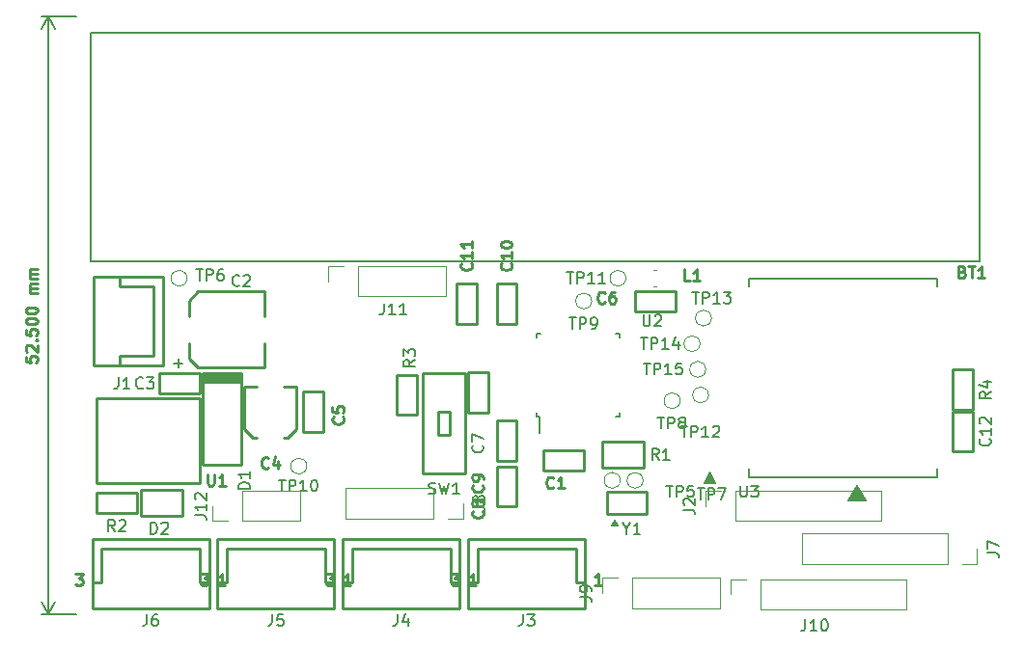
<source format=gbr>
G04 #@! TF.GenerationSoftware,KiCad,Pcbnew,6.0.0-unknown*
G04 #@! TF.CreationDate,2019-06-26T08:34:25-07:00*
G04 #@! TF.ProjectId,IOT-LORA,494f542d-4c4f-4524-912e-6b696361645f,rev?*
G04 #@! TF.SameCoordinates,Original*
G04 #@! TF.FileFunction,Legend,Top*
G04 #@! TF.FilePolarity,Positive*
%FSLAX46Y46*%
G04 Gerber Fmt 4.6, Leading zero omitted, Abs format (unit mm)*
G04 Created by KiCad (PCBNEW 6.0.0-unknown) date 2019-06-26 08:34:25*
%MOMM*%
%LPD*%
G04 APERTURE LIST*
%ADD10C,0.100000*%
%ADD11C,0.250000*%
%ADD12C,0.150000*%
%ADD13C,0.120000*%
G04 APERTURE END LIST*
D10*
G36*
X166250000Y-115000000D02*
G01*
X165250000Y-115000000D01*
X165750000Y-114000000D01*
X166250000Y-115000000D01*
G37*
X166250000Y-115000000D02*
X165250000Y-115000000D01*
X165750000Y-114000000D01*
X166250000Y-115000000D01*
D11*
X105802380Y-103869047D02*
X105802380Y-104345238D01*
X106278571Y-104392857D01*
X106230952Y-104345238D01*
X106183333Y-104250000D01*
X106183333Y-104011904D01*
X106230952Y-103916666D01*
X106278571Y-103869047D01*
X106373809Y-103821428D01*
X106611904Y-103821428D01*
X106707142Y-103869047D01*
X106754761Y-103916666D01*
X106802380Y-104011904D01*
X106802380Y-104250000D01*
X106754761Y-104345238D01*
X106707142Y-104392857D01*
X105897619Y-103440476D02*
X105850000Y-103392857D01*
X105802380Y-103297619D01*
X105802380Y-103059523D01*
X105850000Y-102964285D01*
X105897619Y-102916666D01*
X105992857Y-102869047D01*
X106088095Y-102869047D01*
X106230952Y-102916666D01*
X106802380Y-103488095D01*
X106802380Y-102869047D01*
X106707142Y-102440476D02*
X106754761Y-102392857D01*
X106802380Y-102440476D01*
X106754761Y-102488095D01*
X106707142Y-102440476D01*
X106802380Y-102440476D01*
X105802380Y-101488095D02*
X105802380Y-101964285D01*
X106278571Y-102011904D01*
X106230952Y-101964285D01*
X106183333Y-101869047D01*
X106183333Y-101630952D01*
X106230952Y-101535714D01*
X106278571Y-101488095D01*
X106373809Y-101440476D01*
X106611904Y-101440476D01*
X106707142Y-101488095D01*
X106754761Y-101535714D01*
X106802380Y-101630952D01*
X106802380Y-101869047D01*
X106754761Y-101964285D01*
X106707142Y-102011904D01*
X105802380Y-100821428D02*
X105802380Y-100726190D01*
X105850000Y-100630952D01*
X105897619Y-100583333D01*
X105992857Y-100535714D01*
X106183333Y-100488095D01*
X106421428Y-100488095D01*
X106611904Y-100535714D01*
X106707142Y-100583333D01*
X106754761Y-100630952D01*
X106802380Y-100726190D01*
X106802380Y-100821428D01*
X106754761Y-100916666D01*
X106707142Y-100964285D01*
X106611904Y-101011904D01*
X106421428Y-101059523D01*
X106183333Y-101059523D01*
X105992857Y-101011904D01*
X105897619Y-100964285D01*
X105850000Y-100916666D01*
X105802380Y-100821428D01*
X105802380Y-99869047D02*
X105802380Y-99773809D01*
X105850000Y-99678571D01*
X105897619Y-99630952D01*
X105992857Y-99583333D01*
X106183333Y-99535714D01*
X106421428Y-99535714D01*
X106611904Y-99583333D01*
X106707142Y-99630952D01*
X106754761Y-99678571D01*
X106802380Y-99773809D01*
X106802380Y-99869047D01*
X106754761Y-99964285D01*
X106707142Y-100011904D01*
X106611904Y-100059523D01*
X106421428Y-100107142D01*
X106183333Y-100107142D01*
X105992857Y-100059523D01*
X105897619Y-100011904D01*
X105850000Y-99964285D01*
X105802380Y-99869047D01*
X106802380Y-98345238D02*
X106135714Y-98345238D01*
X106230952Y-98345238D02*
X106183333Y-98297619D01*
X106135714Y-98202380D01*
X106135714Y-98059523D01*
X106183333Y-97964285D01*
X106278571Y-97916666D01*
X106802380Y-97916666D01*
X106278571Y-97916666D02*
X106183333Y-97869047D01*
X106135714Y-97773809D01*
X106135714Y-97630952D01*
X106183333Y-97535714D01*
X106278571Y-97488095D01*
X106802380Y-97488095D01*
X106802380Y-97011904D02*
X106135714Y-97011904D01*
X106230952Y-97011904D02*
X106183333Y-96964285D01*
X106135714Y-96869047D01*
X106135714Y-96726190D01*
X106183333Y-96630952D01*
X106278571Y-96583333D01*
X106802380Y-96583333D01*
X106278571Y-96583333D02*
X106183333Y-96535714D01*
X106135714Y-96440476D01*
X106135714Y-96297619D01*
X106183333Y-96202380D01*
X106278571Y-96154761D01*
X106802380Y-96154761D01*
D12*
X107750000Y-126500000D02*
X107750000Y-74000000D01*
X110250000Y-126500000D02*
X107163579Y-126500000D01*
X110250000Y-74000000D02*
X107163579Y-74000000D01*
X107750000Y-74000000D02*
X108336421Y-75126504D01*
X107750000Y-74000000D02*
X107163579Y-75126504D01*
X107750000Y-126500000D02*
X108336421Y-125373496D01*
X107750000Y-126500000D02*
X107163579Y-125373496D01*
G36*
X179500000Y-116500000D02*
G01*
X178000000Y-116500000D01*
X178750000Y-115250000D01*
X179500000Y-116500000D01*
G37*
X179500000Y-116500000D02*
X178000000Y-116500000D01*
X178750000Y-115250000D01*
X179500000Y-116500000D01*
D13*
X122170000Y-118330000D02*
X122170000Y-117000000D01*
X123500000Y-118330000D02*
X122170000Y-118330000D01*
X124770000Y-118330000D02*
X124770000Y-115670000D01*
X124770000Y-115670000D02*
X129910000Y-115670000D01*
X124770000Y-118330000D02*
X129910000Y-118330000D01*
X129910000Y-118330000D02*
X129910000Y-115670000D01*
D11*
X154727500Y-112125000D02*
X154727500Y-113875000D01*
X151197500Y-112125000D02*
X154727500Y-112125000D01*
X151197500Y-113875000D02*
X151197500Y-112125000D01*
X154727500Y-113875000D02*
X151197500Y-113875000D01*
X147125000Y-113522500D02*
X148875000Y-113522500D01*
X147125000Y-117052500D02*
X147125000Y-113522500D01*
X148875000Y-117052500D02*
X147125000Y-117052500D01*
X148875000Y-113522500D02*
X148875000Y-117052500D01*
X121024095Y-114974255D02*
X111975905Y-114974255D01*
X121024095Y-107525745D02*
X121024095Y-114974255D01*
X111975905Y-107525745D02*
X121024095Y-107525745D01*
X111975905Y-114974255D02*
X111975905Y-107525745D01*
D13*
X132340000Y-97250000D02*
X132340000Y-95920000D01*
X132340000Y-95920000D02*
X133670000Y-95920000D01*
X134940000Y-95920000D02*
X142620000Y-95920000D01*
X142620000Y-98580000D02*
X142620000Y-95920000D01*
X134940000Y-98580000D02*
X142620000Y-98580000D01*
X134940000Y-98580000D02*
X134940000Y-95920000D01*
D11*
X112450000Y-120750000D02*
X116750000Y-120750000D01*
X112450000Y-123700000D02*
X112450000Y-120750000D01*
X111625000Y-123700000D02*
X112450000Y-123700000D01*
X121050000Y-120750000D02*
X116750000Y-120750000D01*
X121050000Y-123700000D02*
X121050000Y-120750000D01*
X121875000Y-123700000D02*
X121050000Y-123700000D01*
X111625000Y-126025000D02*
X121875000Y-126025000D01*
X111625000Y-119925000D02*
X111625000Y-126025000D01*
X121875000Y-119925000D02*
X111625000Y-119925000D01*
X121875000Y-126025000D02*
X121875000Y-119925000D01*
X123450000Y-120750000D02*
X127750000Y-120750000D01*
X123450000Y-123700000D02*
X123450000Y-120750000D01*
X122625000Y-123700000D02*
X123450000Y-123700000D01*
X132050000Y-120750000D02*
X127750000Y-120750000D01*
X132050000Y-123700000D02*
X132050000Y-120750000D01*
X132875000Y-123700000D02*
X132050000Y-123700000D01*
X122625000Y-126025000D02*
X132875000Y-126025000D01*
X122625000Y-119925000D02*
X122625000Y-126025000D01*
X132875000Y-119925000D02*
X122625000Y-119925000D01*
X132875000Y-126025000D02*
X132875000Y-119925000D01*
X134450000Y-120750000D02*
X138750000Y-120750000D01*
X134450000Y-123700000D02*
X134450000Y-120750000D01*
X133625000Y-123700000D02*
X134450000Y-123700000D01*
X143050000Y-120750000D02*
X138750000Y-120750000D01*
X143050000Y-123700000D02*
X143050000Y-120750000D01*
X143875000Y-123700000D02*
X143050000Y-123700000D01*
X133625000Y-126025000D02*
X143875000Y-126025000D01*
X133625000Y-119925000D02*
X133625000Y-126025000D01*
X143875000Y-119925000D02*
X133625000Y-119925000D01*
X143875000Y-126025000D02*
X143875000Y-119925000D01*
X145450000Y-120750000D02*
X149750000Y-120750000D01*
X145450000Y-123700000D02*
X145450000Y-120750000D01*
X144625000Y-123700000D02*
X145450000Y-123700000D01*
X154050000Y-120750000D02*
X149750000Y-120750000D01*
X154050000Y-123700000D02*
X154050000Y-120750000D01*
X154875000Y-123700000D02*
X154050000Y-123700000D01*
X144625000Y-126025000D02*
X154875000Y-126025000D01*
X144625000Y-119925000D02*
X144625000Y-126025000D01*
X154875000Y-119925000D02*
X144625000Y-119925000D01*
X154875000Y-126025000D02*
X154875000Y-119925000D01*
X117000000Y-97700000D02*
X117000000Y-100750000D01*
X114050000Y-97700000D02*
X117000000Y-97700000D01*
X114050000Y-96875000D02*
X114050000Y-97700000D01*
X117000000Y-103800000D02*
X117000000Y-100750000D01*
X114050000Y-103800000D02*
X117000000Y-103800000D01*
X114050000Y-104625000D02*
X114050000Y-103800000D01*
X111725000Y-96875000D02*
X111725000Y-104625000D01*
X117825000Y-96875000D02*
X111725000Y-96875000D01*
X117825000Y-104625000D02*
X117825000Y-96875000D01*
X111725000Y-104625000D02*
X117825000Y-104625000D01*
D13*
X155450000Y-99000000D02*
G75*
G03X155450000Y-99000000I-700000J0D01*
G01*
X165450000Y-105000000D02*
G75*
G03X165450000Y-105000000I-700000J0D01*
G01*
X164950000Y-102750000D02*
G75*
G03X164950000Y-102750000I-700000J0D01*
G01*
X165950000Y-100500000D02*
G75*
G03X165950000Y-100500000I-700000J0D01*
G01*
X165700000Y-107250000D02*
G75*
G03X165700000Y-107250000I-700000J0D01*
G01*
X158450000Y-97000000D02*
G75*
G03X158450000Y-97000000I-700000J0D01*
G01*
X130450000Y-113500000D02*
G75*
G03X130450000Y-113500000I-700000J0D01*
G01*
X163200000Y-107750000D02*
G75*
G03X163200000Y-107750000I-700000J0D01*
G01*
X159950000Y-114750000D02*
G75*
G03X159950000Y-114750000I-700000J0D01*
G01*
X156400000Y-124650000D02*
X156400000Y-123320000D01*
X156400000Y-123320000D02*
X157730000Y-123320000D01*
X159000000Y-123320000D02*
X166680000Y-123320000D01*
X166680000Y-125980000D02*
X166680000Y-123320000D01*
X159000000Y-125980000D02*
X166680000Y-125980000D01*
X159000000Y-125980000D02*
X159000000Y-123320000D01*
X144160000Y-116750000D02*
X144160000Y-118080000D01*
X144160000Y-118080000D02*
X142830000Y-118080000D01*
X141560000Y-118080000D02*
X133880000Y-118080000D01*
X133880000Y-115420000D02*
X133880000Y-118080000D01*
X141560000Y-115420000D02*
X133880000Y-115420000D01*
X141560000Y-115420000D02*
X141560000Y-118080000D01*
X165470000Y-117000000D02*
X165470000Y-115670000D01*
X165470000Y-115670000D02*
X166800000Y-115670000D01*
X168070000Y-115670000D02*
X180830000Y-115670000D01*
X180830000Y-118330000D02*
X180830000Y-115670000D01*
X168070000Y-118330000D02*
X180830000Y-118330000D01*
X168070000Y-118330000D02*
X168070000Y-115670000D01*
D11*
X115865000Y-117900000D02*
X115865000Y-115600000D01*
X119545000Y-115600000D02*
X115865000Y-115600000D01*
X119545000Y-117900000D02*
X119545000Y-115600000D01*
X115865000Y-117900000D02*
X119545000Y-117900000D01*
X124675000Y-105375000D02*
X121325000Y-105375000D01*
X124675000Y-105625000D02*
X121325000Y-105625000D01*
X124675000Y-105875000D02*
X121325000Y-105875000D01*
X121325000Y-106125000D02*
X121325000Y-105375000D01*
X124675000Y-106125000D02*
X124675000Y-105375000D01*
X124675000Y-113375000D02*
X121325000Y-113370000D01*
X124675000Y-106125000D02*
X124675000Y-113375000D01*
X121325000Y-106125000D02*
X121325000Y-113370000D01*
X124675000Y-106125000D02*
X121325000Y-106125000D01*
X121052500Y-105375000D02*
X121052500Y-107125000D01*
X117522500Y-105375000D02*
X121052500Y-105375000D01*
X117522500Y-107125000D02*
X117522500Y-105375000D01*
X121052500Y-107125000D02*
X117522500Y-107125000D01*
D13*
X189240000Y-120750000D02*
X189240000Y-122080000D01*
X189240000Y-122080000D02*
X187910000Y-122080000D01*
X186640000Y-122080000D02*
X173880000Y-122080000D01*
X173880000Y-119420000D02*
X173880000Y-122080000D01*
X186640000Y-119420000D02*
X173880000Y-119420000D01*
X186640000Y-119420000D02*
X186640000Y-122080000D01*
X167670000Y-124750000D02*
X167670000Y-123420000D01*
X167670000Y-123420000D02*
X169000000Y-123420000D01*
X170270000Y-123420000D02*
X183030000Y-123420000D01*
X183030000Y-126080000D02*
X183030000Y-123420000D01*
X170270000Y-126080000D02*
X183030000Y-126080000D01*
X170270000Y-126080000D02*
X170270000Y-123420000D01*
D11*
X156390000Y-113625000D02*
X156390000Y-111375000D01*
X160020000Y-113625000D02*
X156390000Y-113625000D01*
X160020000Y-111375000D02*
X160020000Y-113625000D01*
X156390000Y-111375000D02*
X160020000Y-111375000D01*
X128760000Y-111005000D02*
X128425000Y-111005000D01*
X129505000Y-106495000D02*
X128425000Y-106495000D01*
X129505000Y-110260000D02*
X129505000Y-106495000D01*
X129505000Y-110260000D02*
X128760000Y-111005000D01*
X124995000Y-110265000D02*
X125735000Y-111005000D01*
X124995000Y-110265000D02*
X124995000Y-106495000D01*
X124995000Y-106495000D02*
X126075000Y-106495000D01*
X125735000Y-111005000D02*
X126075000Y-111005000D01*
D12*
X185750000Y-97750000D02*
X185750000Y-97000000D01*
X185750000Y-97000000D02*
X169250000Y-97000000D01*
X169250000Y-97000000D02*
X169250000Y-97750000D01*
X185750000Y-113750000D02*
X185750000Y-114500000D01*
X185750000Y-114500000D02*
X169250000Y-114500000D01*
X169250000Y-114500000D02*
X169250000Y-113750000D01*
D11*
X146375000Y-108765000D02*
X144625000Y-108765000D01*
X146375000Y-105235000D02*
X146375000Y-108765000D01*
X144625000Y-105235000D02*
X146375000Y-105235000D01*
X144625000Y-108765000D02*
X144625000Y-105235000D01*
X188875000Y-112227500D02*
X187125000Y-112227500D01*
X188875000Y-108697500D02*
X188875000Y-112227500D01*
X187125000Y-108697500D02*
X188875000Y-108697500D01*
X187125000Y-112227500D02*
X187125000Y-108697500D01*
X187125000Y-108552500D02*
X187125000Y-105022500D01*
X188875000Y-108552500D02*
X187125000Y-108552500D01*
X188875000Y-105022500D02*
X188875000Y-108552500D01*
X187125000Y-105022500D02*
X188875000Y-105022500D01*
X131875000Y-110515000D02*
X130125000Y-110515000D01*
X131875000Y-106985000D02*
X131875000Y-110515000D01*
X130125000Y-106985000D02*
X131875000Y-106985000D01*
X130125000Y-110515000D02*
X130125000Y-106985000D01*
X112022500Y-115875000D02*
X115552500Y-115875000D01*
X112022500Y-117625000D02*
X112022500Y-115875000D01*
X115552500Y-117625000D02*
X112022500Y-117625000D01*
X115552500Y-115875000D02*
X115552500Y-117625000D01*
D13*
X160850000Y-97710000D02*
X161150000Y-97710000D01*
X160850000Y-96290000D02*
X161150000Y-96290000D01*
D11*
X159235000Y-99875000D02*
X159235000Y-98125000D01*
X162765000Y-99875000D02*
X159235000Y-99875000D01*
X162765000Y-98125000D02*
X162765000Y-99875000D01*
X159235000Y-98125000D02*
X162765000Y-98125000D01*
X147125000Y-97447500D02*
X148875000Y-97447500D01*
X147125000Y-100977500D02*
X147125000Y-97447500D01*
X148875000Y-100977500D02*
X147125000Y-100977500D01*
X148875000Y-97447500D02*
X148875000Y-100977500D01*
X143625000Y-97485000D02*
X145375000Y-97485000D01*
X143625000Y-101015000D02*
X143625000Y-97485000D01*
X145375000Y-101015000D02*
X143625000Y-101015000D01*
X145375000Y-97485000D02*
X145375000Y-101015000D01*
X138375000Y-109015000D02*
X138375000Y-105485000D01*
X140125000Y-109015000D02*
X138375000Y-109015000D01*
X140125000Y-105485000D02*
X140125000Y-109015000D01*
X138375000Y-105485000D02*
X140125000Y-105485000D01*
X148875000Y-113015000D02*
X147125000Y-113015000D01*
X148875000Y-109485000D02*
X148875000Y-113015000D01*
X147125000Y-109485000D02*
X148875000Y-109485000D01*
X147125000Y-113015000D02*
X147125000Y-109485000D01*
D12*
X111500000Y-75450000D02*
X189500000Y-75450000D01*
X189500000Y-75450000D02*
X189500000Y-95550000D01*
X189500000Y-95550000D02*
X111500000Y-95550000D01*
X111500000Y-95550000D02*
X111500000Y-75450000D01*
D11*
X120125000Y-100325000D02*
X120125000Y-98945000D01*
X120895000Y-98175000D02*
X126775000Y-98175000D01*
X120125000Y-98945000D02*
X120895000Y-98175000D01*
X120895000Y-104825000D02*
X120125000Y-104055000D01*
X126775000Y-104825000D02*
X120895000Y-104825000D01*
X126775000Y-98175000D02*
X126775000Y-100325000D01*
X126775000Y-104825000D02*
X126775000Y-102675000D01*
X120125000Y-104055000D02*
X120125000Y-102675000D01*
X142000000Y-108750000D02*
X143000000Y-108750000D01*
X142000000Y-110750000D02*
X142000000Y-108750000D01*
X143000000Y-110750000D02*
X142000000Y-110750000D01*
X143000000Y-108750000D02*
X143000000Y-110750000D01*
X140625000Y-105375000D02*
X144375000Y-105375000D01*
X140625000Y-114125000D02*
X140625000Y-105375000D01*
X144375000Y-114125000D02*
X140625000Y-114125000D01*
X144375000Y-105375000D02*
X144375000Y-114125000D01*
D13*
X119950000Y-97000000D02*
G75*
G03X119950000Y-97000000I-700000J0D01*
G01*
X157950000Y-114750000D02*
G75*
G03X157950000Y-114750000I-700000J0D01*
G01*
D12*
X150850000Y-109125000D02*
X150850000Y-110550000D01*
X150625000Y-101875000D02*
X150625000Y-102200000D01*
X157875000Y-101875000D02*
X157875000Y-102200000D01*
X157875000Y-109125000D02*
X157875000Y-108800000D01*
X150625000Y-109125000D02*
X150625000Y-108800000D01*
X157875000Y-109125000D02*
X157550000Y-109125000D01*
X157875000Y-101875000D02*
X157550000Y-101875000D01*
X150625000Y-101875000D02*
X150950000Y-101875000D01*
X150625000Y-109125000D02*
X150850000Y-109125000D01*
G36*
X157500000Y-118250000D02*
G01*
X157750000Y-118750000D01*
X157250000Y-118750000D01*
X157500000Y-118250000D01*
G37*
X157500000Y-118250000D02*
X157750000Y-118750000D01*
X157250000Y-118750000D01*
X157500000Y-118250000D01*
D11*
X156775000Y-117725000D02*
X156775000Y-115775000D01*
X160225000Y-117725000D02*
X156775000Y-117725000D01*
X160225000Y-115775000D02*
X160225000Y-117725000D01*
X156775000Y-115775000D02*
X160225000Y-115775000D01*
D12*
X120622380Y-117809523D02*
X121336666Y-117809523D01*
X121479523Y-117857142D01*
X121574761Y-117952380D01*
X121622380Y-118095238D01*
X121622380Y-118190476D01*
X121622380Y-116809523D02*
X121622380Y-117380952D01*
X121622380Y-117095238D02*
X120622380Y-117095238D01*
X120765238Y-117190476D01*
X120860476Y-117285714D01*
X120908095Y-117380952D01*
X120717619Y-116428571D02*
X120670000Y-116380952D01*
X120622380Y-116285714D01*
X120622380Y-116047619D01*
X120670000Y-115952380D01*
X120717619Y-115904761D01*
X120812857Y-115857142D01*
X120908095Y-115857142D01*
X121050952Y-115904761D01*
X121622380Y-116476190D01*
X121622380Y-115857142D01*
D11*
X152083333Y-115357142D02*
X152035714Y-115404761D01*
X151892857Y-115452380D01*
X151797619Y-115452380D01*
X151654761Y-115404761D01*
X151559523Y-115309523D01*
X151511904Y-115214285D01*
X151464285Y-115023809D01*
X151464285Y-114880952D01*
X151511904Y-114690476D01*
X151559523Y-114595238D01*
X151654761Y-114500000D01*
X151797619Y-114452380D01*
X151892857Y-114452380D01*
X152035714Y-114500000D01*
X152083333Y-114547619D01*
X153035714Y-115452380D02*
X152464285Y-115452380D01*
X152750000Y-115452380D02*
X152750000Y-114452380D01*
X152654761Y-114595238D01*
X152559523Y-114690476D01*
X152464285Y-114738095D01*
X145857142Y-117416666D02*
X145904761Y-117464285D01*
X145952380Y-117607142D01*
X145952380Y-117702380D01*
X145904761Y-117845238D01*
X145809523Y-117940476D01*
X145714285Y-117988095D01*
X145523809Y-118035714D01*
X145380952Y-118035714D01*
X145190476Y-117988095D01*
X145095238Y-117940476D01*
X145000000Y-117845238D01*
X144952380Y-117702380D01*
X144952380Y-117607142D01*
X145000000Y-117464285D01*
X145047619Y-117416666D01*
X145380952Y-116845238D02*
X145333333Y-116940476D01*
X145285714Y-116988095D01*
X145190476Y-117035714D01*
X145142857Y-117035714D01*
X145047619Y-116988095D01*
X145000000Y-116940476D01*
X144952380Y-116845238D01*
X144952380Y-116654761D01*
X145000000Y-116559523D01*
X145047619Y-116511904D01*
X145142857Y-116464285D01*
X145190476Y-116464285D01*
X145285714Y-116511904D01*
X145333333Y-116559523D01*
X145380952Y-116654761D01*
X145380952Y-116845238D01*
X145428571Y-116940476D01*
X145476190Y-116988095D01*
X145571428Y-117035714D01*
X145761904Y-117035714D01*
X145857142Y-116988095D01*
X145904761Y-116940476D01*
X145952380Y-116845238D01*
X145952380Y-116654761D01*
X145904761Y-116559523D01*
X145857142Y-116511904D01*
X145761904Y-116464285D01*
X145571428Y-116464285D01*
X145476190Y-116511904D01*
X145428571Y-116559523D01*
X145380952Y-116654761D01*
X121738095Y-114202380D02*
X121738095Y-115011904D01*
X121785714Y-115107142D01*
X121833333Y-115154761D01*
X121928571Y-115202380D01*
X122119047Y-115202380D01*
X122214285Y-115154761D01*
X122261904Y-115107142D01*
X122309523Y-115011904D01*
X122309523Y-114202380D01*
X123309523Y-115202380D02*
X122738095Y-115202380D01*
X123023809Y-115202380D02*
X123023809Y-114202380D01*
X122928571Y-114345238D01*
X122833333Y-114440476D01*
X122738095Y-114488095D01*
D12*
X137230476Y-99202380D02*
X137230476Y-99916666D01*
X137182857Y-100059523D01*
X137087619Y-100154761D01*
X136944761Y-100202380D01*
X136849523Y-100202380D01*
X138230476Y-100202380D02*
X137659047Y-100202380D01*
X137944761Y-100202380D02*
X137944761Y-99202380D01*
X137849523Y-99345238D01*
X137754285Y-99440476D01*
X137659047Y-99488095D01*
X139182857Y-100202380D02*
X138611428Y-100202380D01*
X138897142Y-100202380D02*
X138897142Y-99202380D01*
X138801904Y-99345238D01*
X138706666Y-99440476D01*
X138611428Y-99488095D01*
X116416666Y-126502380D02*
X116416666Y-127216666D01*
X116369047Y-127359523D01*
X116273809Y-127454761D01*
X116130952Y-127502380D01*
X116035714Y-127502380D01*
X117321428Y-126502380D02*
X117130952Y-126502380D01*
X117035714Y-126550000D01*
X116988095Y-126597619D01*
X116892857Y-126740476D01*
X116845238Y-126930952D01*
X116845238Y-127311904D01*
X116892857Y-127407142D01*
X116940476Y-127454761D01*
X117035714Y-127502380D01*
X117226190Y-127502380D01*
X117321428Y-127454761D01*
X117369047Y-127407142D01*
X117416666Y-127311904D01*
X117416666Y-127073809D01*
X117369047Y-126978571D01*
X117321428Y-126930952D01*
X117226190Y-126883333D01*
X117035714Y-126883333D01*
X116940476Y-126930952D01*
X116892857Y-126978571D01*
X116845238Y-127073809D01*
D11*
X110166666Y-122952380D02*
X110785714Y-122952380D01*
X110452380Y-123333333D01*
X110595238Y-123333333D01*
X110690476Y-123380952D01*
X110738095Y-123428571D01*
X110785714Y-123523809D01*
X110785714Y-123761904D01*
X110738095Y-123857142D01*
X110690476Y-123904761D01*
X110595238Y-123952380D01*
X110309523Y-123952380D01*
X110214285Y-123904761D01*
X110166666Y-123857142D01*
X123285714Y-123952380D02*
X122714285Y-123952380D01*
X123000000Y-123952380D02*
X123000000Y-122952380D01*
X122904761Y-123095238D01*
X122809523Y-123190476D01*
X122714285Y-123238095D01*
D12*
X127416666Y-126502380D02*
X127416666Y-127216666D01*
X127369047Y-127359523D01*
X127273809Y-127454761D01*
X127130952Y-127502380D01*
X127035714Y-127502380D01*
X128369047Y-126502380D02*
X127892857Y-126502380D01*
X127845238Y-126978571D01*
X127892857Y-126930952D01*
X127988095Y-126883333D01*
X128226190Y-126883333D01*
X128321428Y-126930952D01*
X128369047Y-126978571D01*
X128416666Y-127073809D01*
X128416666Y-127311904D01*
X128369047Y-127407142D01*
X128321428Y-127454761D01*
X128226190Y-127502380D01*
X127988095Y-127502380D01*
X127892857Y-127454761D01*
X127845238Y-127407142D01*
D11*
X121166666Y-122952380D02*
X121785714Y-122952380D01*
X121452380Y-123333333D01*
X121595238Y-123333333D01*
X121690476Y-123380952D01*
X121738095Y-123428571D01*
X121785714Y-123523809D01*
X121785714Y-123761904D01*
X121738095Y-123857142D01*
X121690476Y-123904761D01*
X121595238Y-123952380D01*
X121309523Y-123952380D01*
X121214285Y-123904761D01*
X121166666Y-123857142D01*
X134285714Y-123952380D02*
X133714285Y-123952380D01*
X134000000Y-123952380D02*
X134000000Y-122952380D01*
X133904761Y-123095238D01*
X133809523Y-123190476D01*
X133714285Y-123238095D01*
D12*
X138416666Y-126502380D02*
X138416666Y-127216666D01*
X138369047Y-127359523D01*
X138273809Y-127454761D01*
X138130952Y-127502380D01*
X138035714Y-127502380D01*
X139321428Y-126835714D02*
X139321428Y-127502380D01*
X139083333Y-126454761D02*
X138845238Y-127169047D01*
X139464285Y-127169047D01*
D11*
X132166666Y-122952380D02*
X132785714Y-122952380D01*
X132452380Y-123333333D01*
X132595238Y-123333333D01*
X132690476Y-123380952D01*
X132738095Y-123428571D01*
X132785714Y-123523809D01*
X132785714Y-123761904D01*
X132738095Y-123857142D01*
X132690476Y-123904761D01*
X132595238Y-123952380D01*
X132309523Y-123952380D01*
X132214285Y-123904761D01*
X132166666Y-123857142D01*
X145285714Y-123952380D02*
X144714285Y-123952380D01*
X145000000Y-123952380D02*
X145000000Y-122952380D01*
X144904761Y-123095238D01*
X144809523Y-123190476D01*
X144714285Y-123238095D01*
D12*
X149416666Y-126502380D02*
X149416666Y-127216666D01*
X149369047Y-127359523D01*
X149273809Y-127454761D01*
X149130952Y-127502380D01*
X149035714Y-127502380D01*
X149797619Y-126502380D02*
X150416666Y-126502380D01*
X150083333Y-126883333D01*
X150226190Y-126883333D01*
X150321428Y-126930952D01*
X150369047Y-126978571D01*
X150416666Y-127073809D01*
X150416666Y-127311904D01*
X150369047Y-127407142D01*
X150321428Y-127454761D01*
X150226190Y-127502380D01*
X149940476Y-127502380D01*
X149845238Y-127454761D01*
X149797619Y-127407142D01*
D11*
X143166666Y-122952380D02*
X143785714Y-122952380D01*
X143452380Y-123333333D01*
X143595238Y-123333333D01*
X143690476Y-123380952D01*
X143738095Y-123428571D01*
X143785714Y-123523809D01*
X143785714Y-123761904D01*
X143738095Y-123857142D01*
X143690476Y-123904761D01*
X143595238Y-123952380D01*
X143309523Y-123952380D01*
X143214285Y-123904761D01*
X143166666Y-123857142D01*
X156285714Y-123952380D02*
X155714285Y-123952380D01*
X156000000Y-123952380D02*
X156000000Y-122952380D01*
X155904761Y-123095238D01*
X155809523Y-123190476D01*
X155714285Y-123238095D01*
D12*
X113916666Y-105702380D02*
X113916666Y-106416666D01*
X113869047Y-106559523D01*
X113773809Y-106654761D01*
X113630952Y-106702380D01*
X113535714Y-106702380D01*
X114916666Y-106702380D02*
X114345238Y-106702380D01*
X114630952Y-106702380D02*
X114630952Y-105702380D01*
X114535714Y-105845238D01*
X114440476Y-105940476D01*
X114345238Y-105988095D01*
X153488095Y-100452380D02*
X154059523Y-100452380D01*
X153773809Y-101452380D02*
X153773809Y-100452380D01*
X154392857Y-101452380D02*
X154392857Y-100452380D01*
X154773809Y-100452380D01*
X154869047Y-100500000D01*
X154916666Y-100547619D01*
X154964285Y-100642857D01*
X154964285Y-100785714D01*
X154916666Y-100880952D01*
X154869047Y-100928571D01*
X154773809Y-100976190D01*
X154392857Y-100976190D01*
X155440476Y-101452380D02*
X155630952Y-101452380D01*
X155726190Y-101404761D01*
X155773809Y-101357142D01*
X155869047Y-101214285D01*
X155916666Y-101023809D01*
X155916666Y-100642857D01*
X155869047Y-100547619D01*
X155821428Y-100500000D01*
X155726190Y-100452380D01*
X155535714Y-100452380D01*
X155440476Y-100500000D01*
X155392857Y-100547619D01*
X155345238Y-100642857D01*
X155345238Y-100880952D01*
X155392857Y-100976190D01*
X155440476Y-101023809D01*
X155535714Y-101071428D01*
X155726190Y-101071428D01*
X155821428Y-101023809D01*
X155869047Y-100976190D01*
X155916666Y-100880952D01*
X160011904Y-104452380D02*
X160583333Y-104452380D01*
X160297619Y-105452380D02*
X160297619Y-104452380D01*
X160916666Y-105452380D02*
X160916666Y-104452380D01*
X161297619Y-104452380D01*
X161392857Y-104500000D01*
X161440476Y-104547619D01*
X161488095Y-104642857D01*
X161488095Y-104785714D01*
X161440476Y-104880952D01*
X161392857Y-104928571D01*
X161297619Y-104976190D01*
X160916666Y-104976190D01*
X162440476Y-105452380D02*
X161869047Y-105452380D01*
X162154761Y-105452380D02*
X162154761Y-104452380D01*
X162059523Y-104595238D01*
X161964285Y-104690476D01*
X161869047Y-104738095D01*
X163345238Y-104452380D02*
X162869047Y-104452380D01*
X162821428Y-104928571D01*
X162869047Y-104880952D01*
X162964285Y-104833333D01*
X163202380Y-104833333D01*
X163297619Y-104880952D01*
X163345238Y-104928571D01*
X163392857Y-105023809D01*
X163392857Y-105261904D01*
X163345238Y-105357142D01*
X163297619Y-105404761D01*
X163202380Y-105452380D01*
X162964285Y-105452380D01*
X162869047Y-105404761D01*
X162821428Y-105357142D01*
X159761904Y-102202380D02*
X160333333Y-102202380D01*
X160047619Y-103202380D02*
X160047619Y-102202380D01*
X160666666Y-103202380D02*
X160666666Y-102202380D01*
X161047619Y-102202380D01*
X161142857Y-102250000D01*
X161190476Y-102297619D01*
X161238095Y-102392857D01*
X161238095Y-102535714D01*
X161190476Y-102630952D01*
X161142857Y-102678571D01*
X161047619Y-102726190D01*
X160666666Y-102726190D01*
X162190476Y-103202380D02*
X161619047Y-103202380D01*
X161904761Y-103202380D02*
X161904761Y-102202380D01*
X161809523Y-102345238D01*
X161714285Y-102440476D01*
X161619047Y-102488095D01*
X163047619Y-102535714D02*
X163047619Y-103202380D01*
X162809523Y-102154761D02*
X162571428Y-102869047D01*
X163190476Y-102869047D01*
X164261904Y-98202380D02*
X164833333Y-98202380D01*
X164547619Y-99202380D02*
X164547619Y-98202380D01*
X165166666Y-99202380D02*
X165166666Y-98202380D01*
X165547619Y-98202380D01*
X165642857Y-98250000D01*
X165690476Y-98297619D01*
X165738095Y-98392857D01*
X165738095Y-98535714D01*
X165690476Y-98630952D01*
X165642857Y-98678571D01*
X165547619Y-98726190D01*
X165166666Y-98726190D01*
X166690476Y-99202380D02*
X166119047Y-99202380D01*
X166404761Y-99202380D02*
X166404761Y-98202380D01*
X166309523Y-98345238D01*
X166214285Y-98440476D01*
X166119047Y-98488095D01*
X167023809Y-98202380D02*
X167642857Y-98202380D01*
X167309523Y-98583333D01*
X167452380Y-98583333D01*
X167547619Y-98630952D01*
X167595238Y-98678571D01*
X167642857Y-98773809D01*
X167642857Y-99011904D01*
X167595238Y-99107142D01*
X167547619Y-99154761D01*
X167452380Y-99202380D01*
X167166666Y-99202380D01*
X167071428Y-99154761D01*
X167023809Y-99107142D01*
X163261904Y-109952380D02*
X163833333Y-109952380D01*
X163547619Y-110952380D02*
X163547619Y-109952380D01*
X164166666Y-110952380D02*
X164166666Y-109952380D01*
X164547619Y-109952380D01*
X164642857Y-110000000D01*
X164690476Y-110047619D01*
X164738095Y-110142857D01*
X164738095Y-110285714D01*
X164690476Y-110380952D01*
X164642857Y-110428571D01*
X164547619Y-110476190D01*
X164166666Y-110476190D01*
X165690476Y-110952380D02*
X165119047Y-110952380D01*
X165404761Y-110952380D02*
X165404761Y-109952380D01*
X165309523Y-110095238D01*
X165214285Y-110190476D01*
X165119047Y-110238095D01*
X166071428Y-110047619D02*
X166119047Y-110000000D01*
X166214285Y-109952380D01*
X166452380Y-109952380D01*
X166547619Y-110000000D01*
X166595238Y-110047619D01*
X166642857Y-110142857D01*
X166642857Y-110238095D01*
X166595238Y-110380952D01*
X166023809Y-110952380D01*
X166642857Y-110952380D01*
X153261904Y-96452380D02*
X153833333Y-96452380D01*
X153547619Y-97452380D02*
X153547619Y-96452380D01*
X154166666Y-97452380D02*
X154166666Y-96452380D01*
X154547619Y-96452380D01*
X154642857Y-96500000D01*
X154690476Y-96547619D01*
X154738095Y-96642857D01*
X154738095Y-96785714D01*
X154690476Y-96880952D01*
X154642857Y-96928571D01*
X154547619Y-96976190D01*
X154166666Y-96976190D01*
X155690476Y-97452380D02*
X155119047Y-97452380D01*
X155404761Y-97452380D02*
X155404761Y-96452380D01*
X155309523Y-96595238D01*
X155214285Y-96690476D01*
X155119047Y-96738095D01*
X156642857Y-97452380D02*
X156071428Y-97452380D01*
X156357142Y-97452380D02*
X156357142Y-96452380D01*
X156261904Y-96595238D01*
X156166666Y-96690476D01*
X156071428Y-96738095D01*
X128011904Y-114702380D02*
X128583333Y-114702380D01*
X128297619Y-115702380D02*
X128297619Y-114702380D01*
X128916666Y-115702380D02*
X128916666Y-114702380D01*
X129297619Y-114702380D01*
X129392857Y-114750000D01*
X129440476Y-114797619D01*
X129488095Y-114892857D01*
X129488095Y-115035714D01*
X129440476Y-115130952D01*
X129392857Y-115178571D01*
X129297619Y-115226190D01*
X128916666Y-115226190D01*
X130440476Y-115702380D02*
X129869047Y-115702380D01*
X130154761Y-115702380D02*
X130154761Y-114702380D01*
X130059523Y-114845238D01*
X129964285Y-114940476D01*
X129869047Y-114988095D01*
X131059523Y-114702380D02*
X131154761Y-114702380D01*
X131250000Y-114750000D01*
X131297619Y-114797619D01*
X131345238Y-114892857D01*
X131392857Y-115083333D01*
X131392857Y-115321428D01*
X131345238Y-115511904D01*
X131297619Y-115607142D01*
X131250000Y-115654761D01*
X131154761Y-115702380D01*
X131059523Y-115702380D01*
X130964285Y-115654761D01*
X130916666Y-115607142D01*
X130869047Y-115511904D01*
X130821428Y-115321428D01*
X130821428Y-115083333D01*
X130869047Y-114892857D01*
X130916666Y-114797619D01*
X130964285Y-114750000D01*
X131059523Y-114702380D01*
X161238095Y-109202380D02*
X161809523Y-109202380D01*
X161523809Y-110202380D02*
X161523809Y-109202380D01*
X162142857Y-110202380D02*
X162142857Y-109202380D01*
X162523809Y-109202380D01*
X162619047Y-109250000D01*
X162666666Y-109297619D01*
X162714285Y-109392857D01*
X162714285Y-109535714D01*
X162666666Y-109630952D01*
X162619047Y-109678571D01*
X162523809Y-109726190D01*
X162142857Y-109726190D01*
X163285714Y-109630952D02*
X163190476Y-109583333D01*
X163142857Y-109535714D01*
X163095238Y-109440476D01*
X163095238Y-109392857D01*
X163142857Y-109297619D01*
X163190476Y-109250000D01*
X163285714Y-109202380D01*
X163476190Y-109202380D01*
X163571428Y-109250000D01*
X163619047Y-109297619D01*
X163666666Y-109392857D01*
X163666666Y-109440476D01*
X163619047Y-109535714D01*
X163571428Y-109583333D01*
X163476190Y-109630952D01*
X163285714Y-109630952D01*
X163190476Y-109678571D01*
X163142857Y-109726190D01*
X163095238Y-109821428D01*
X163095238Y-110011904D01*
X163142857Y-110107142D01*
X163190476Y-110154761D01*
X163285714Y-110202380D01*
X163476190Y-110202380D01*
X163571428Y-110154761D01*
X163619047Y-110107142D01*
X163666666Y-110011904D01*
X163666666Y-109821428D01*
X163619047Y-109726190D01*
X163571428Y-109678571D01*
X163476190Y-109630952D01*
X164738095Y-115452380D02*
X165309523Y-115452380D01*
X165023809Y-116452380D02*
X165023809Y-115452380D01*
X165642857Y-116452380D02*
X165642857Y-115452380D01*
X166023809Y-115452380D01*
X166119047Y-115500000D01*
X166166666Y-115547619D01*
X166214285Y-115642857D01*
X166214285Y-115785714D01*
X166166666Y-115880952D01*
X166119047Y-115928571D01*
X166023809Y-115976190D01*
X165642857Y-115976190D01*
X166547619Y-115452380D02*
X167214285Y-115452380D01*
X166785714Y-116452380D01*
X154412380Y-124983333D02*
X155126666Y-124983333D01*
X155269523Y-125030952D01*
X155364761Y-125126190D01*
X155412380Y-125269047D01*
X155412380Y-125364285D01*
X155412380Y-124459523D02*
X155412380Y-124269047D01*
X155364761Y-124173809D01*
X155317142Y-124126190D01*
X155174285Y-124030952D01*
X154983809Y-123983333D01*
X154602857Y-123983333D01*
X154507619Y-124030952D01*
X154460000Y-124078571D01*
X154412380Y-124173809D01*
X154412380Y-124364285D01*
X154460000Y-124459523D01*
X154507619Y-124507142D01*
X154602857Y-124554761D01*
X154840952Y-124554761D01*
X154936190Y-124507142D01*
X154983809Y-124459523D01*
X155031428Y-124364285D01*
X155031428Y-124173809D01*
X154983809Y-124078571D01*
X154936190Y-124030952D01*
X154840952Y-123983333D01*
X145052380Y-117083333D02*
X145766666Y-117083333D01*
X145909523Y-117130952D01*
X146004761Y-117226190D01*
X146052380Y-117369047D01*
X146052380Y-117464285D01*
X145480952Y-116464285D02*
X145433333Y-116559523D01*
X145385714Y-116607142D01*
X145290476Y-116654761D01*
X145242857Y-116654761D01*
X145147619Y-116607142D01*
X145100000Y-116559523D01*
X145052380Y-116464285D01*
X145052380Y-116273809D01*
X145100000Y-116178571D01*
X145147619Y-116130952D01*
X145242857Y-116083333D01*
X145290476Y-116083333D01*
X145385714Y-116130952D01*
X145433333Y-116178571D01*
X145480952Y-116273809D01*
X145480952Y-116464285D01*
X145528571Y-116559523D01*
X145576190Y-116607142D01*
X145671428Y-116654761D01*
X145861904Y-116654761D01*
X145957142Y-116607142D01*
X146004761Y-116559523D01*
X146052380Y-116464285D01*
X146052380Y-116273809D01*
X146004761Y-116178571D01*
X145957142Y-116130952D01*
X145861904Y-116083333D01*
X145671428Y-116083333D01*
X145576190Y-116130952D01*
X145528571Y-116178571D01*
X145480952Y-116273809D01*
X163482380Y-117333333D02*
X164196666Y-117333333D01*
X164339523Y-117380952D01*
X164434761Y-117476190D01*
X164482380Y-117619047D01*
X164482380Y-117714285D01*
X163577619Y-116904761D02*
X163530000Y-116857142D01*
X163482380Y-116761904D01*
X163482380Y-116523809D01*
X163530000Y-116428571D01*
X163577619Y-116380952D01*
X163672857Y-116333333D01*
X163768095Y-116333333D01*
X163910952Y-116380952D01*
X164482380Y-116952380D01*
X164482380Y-116333333D01*
X116761904Y-119452380D02*
X116761904Y-118452380D01*
X117000000Y-118452380D01*
X117142857Y-118500000D01*
X117238095Y-118595238D01*
X117285714Y-118690476D01*
X117333333Y-118880952D01*
X117333333Y-119023809D01*
X117285714Y-119214285D01*
X117238095Y-119309523D01*
X117142857Y-119404761D01*
X117000000Y-119452380D01*
X116761904Y-119452380D01*
X117714285Y-118547619D02*
X117761904Y-118500000D01*
X117857142Y-118452380D01*
X118095238Y-118452380D01*
X118190476Y-118500000D01*
X118238095Y-118547619D01*
X118285714Y-118642857D01*
X118285714Y-118738095D01*
X118238095Y-118880952D01*
X117666666Y-119452380D01*
X118285714Y-119452380D01*
X125452380Y-115488095D02*
X124452380Y-115488095D01*
X124452380Y-115250000D01*
X124500000Y-115107142D01*
X124595238Y-115011904D01*
X124690476Y-114964285D01*
X124880952Y-114916666D01*
X125023809Y-114916666D01*
X125214285Y-114964285D01*
X125309523Y-115011904D01*
X125404761Y-115107142D01*
X125452380Y-115250000D01*
X125452380Y-115488095D01*
X125452380Y-113964285D02*
X125452380Y-114535714D01*
X125452380Y-114250000D02*
X124452380Y-114250000D01*
X124595238Y-114345238D01*
X124690476Y-114440476D01*
X124738095Y-114535714D01*
X116083333Y-106607142D02*
X116035714Y-106654761D01*
X115892857Y-106702380D01*
X115797619Y-106702380D01*
X115654761Y-106654761D01*
X115559523Y-106559523D01*
X115511904Y-106464285D01*
X115464285Y-106273809D01*
X115464285Y-106130952D01*
X115511904Y-105940476D01*
X115559523Y-105845238D01*
X115654761Y-105750000D01*
X115797619Y-105702380D01*
X115892857Y-105702380D01*
X116035714Y-105750000D01*
X116083333Y-105797619D01*
X116416666Y-105702380D02*
X117035714Y-105702380D01*
X116702380Y-106083333D01*
X116845238Y-106083333D01*
X116940476Y-106130952D01*
X116988095Y-106178571D01*
X117035714Y-106273809D01*
X117035714Y-106511904D01*
X116988095Y-106607142D01*
X116940476Y-106654761D01*
X116845238Y-106702380D01*
X116559523Y-106702380D01*
X116464285Y-106654761D01*
X116416666Y-106607142D01*
X190132380Y-121083333D02*
X190846666Y-121083333D01*
X190989523Y-121130952D01*
X191084761Y-121226190D01*
X191132380Y-121369047D01*
X191132380Y-121464285D01*
X190132380Y-120702380D02*
X190132380Y-120035714D01*
X191132380Y-120464285D01*
X174190476Y-126952380D02*
X174190476Y-127666666D01*
X174142857Y-127809523D01*
X174047619Y-127904761D01*
X173904761Y-127952380D01*
X173809523Y-127952380D01*
X175190476Y-127952380D02*
X174619047Y-127952380D01*
X174904761Y-127952380D02*
X174904761Y-126952380D01*
X174809523Y-127095238D01*
X174714285Y-127190476D01*
X174619047Y-127238095D01*
X175809523Y-126952380D02*
X175904761Y-126952380D01*
X176000000Y-127000000D01*
X176047619Y-127047619D01*
X176095238Y-127142857D01*
X176142857Y-127333333D01*
X176142857Y-127571428D01*
X176095238Y-127761904D01*
X176047619Y-127857142D01*
X176000000Y-127904761D01*
X175904761Y-127952380D01*
X175809523Y-127952380D01*
X175714285Y-127904761D01*
X175666666Y-127857142D01*
X175619047Y-127761904D01*
X175571428Y-127571428D01*
X175571428Y-127333333D01*
X175619047Y-127142857D01*
X175666666Y-127047619D01*
X175714285Y-127000000D01*
X175809523Y-126952380D01*
X161333333Y-112952380D02*
X161000000Y-112476190D01*
X160761904Y-112952380D02*
X160761904Y-111952380D01*
X161142857Y-111952380D01*
X161238095Y-112000000D01*
X161285714Y-112047619D01*
X161333333Y-112142857D01*
X161333333Y-112285714D01*
X161285714Y-112380952D01*
X161238095Y-112428571D01*
X161142857Y-112476190D01*
X160761904Y-112476190D01*
X162285714Y-112952380D02*
X161714285Y-112952380D01*
X162000000Y-112952380D02*
X162000000Y-111952380D01*
X161904761Y-112095238D01*
X161809523Y-112190476D01*
X161714285Y-112238095D01*
D11*
X127083333Y-113607142D02*
X127035714Y-113654761D01*
X126892857Y-113702380D01*
X126797619Y-113702380D01*
X126654761Y-113654761D01*
X126559523Y-113559523D01*
X126511904Y-113464285D01*
X126464285Y-113273809D01*
X126464285Y-113130952D01*
X126511904Y-112940476D01*
X126559523Y-112845238D01*
X126654761Y-112750000D01*
X126797619Y-112702380D01*
X126892857Y-112702380D01*
X127035714Y-112750000D01*
X127083333Y-112797619D01*
X127940476Y-113035714D02*
X127940476Y-113702380D01*
X127702380Y-112654761D02*
X127464285Y-113369047D01*
X128083333Y-113369047D01*
D12*
X168488095Y-115202380D02*
X168488095Y-116011904D01*
X168535714Y-116107142D01*
X168583333Y-116154761D01*
X168678571Y-116202380D01*
X168869047Y-116202380D01*
X168964285Y-116154761D01*
X169011904Y-116107142D01*
X169059523Y-116011904D01*
X169059523Y-115202380D01*
X169440476Y-115202380D02*
X170059523Y-115202380D01*
X169726190Y-115583333D01*
X169869047Y-115583333D01*
X169964285Y-115630952D01*
X170011904Y-115678571D01*
X170059523Y-115773809D01*
X170059523Y-116011904D01*
X170011904Y-116107142D01*
X169964285Y-116154761D01*
X169869047Y-116202380D01*
X169583333Y-116202380D01*
X169488095Y-116154761D01*
X169440476Y-116107142D01*
X145857142Y-111666666D02*
X145904761Y-111714285D01*
X145952380Y-111857142D01*
X145952380Y-111952380D01*
X145904761Y-112095238D01*
X145809523Y-112190476D01*
X145714285Y-112238095D01*
X145523809Y-112285714D01*
X145380952Y-112285714D01*
X145190476Y-112238095D01*
X145095238Y-112190476D01*
X145000000Y-112095238D01*
X144952380Y-111952380D01*
X144952380Y-111857142D01*
X145000000Y-111714285D01*
X145047619Y-111666666D01*
X144952380Y-111333333D02*
X144952380Y-110666666D01*
X145952380Y-111095238D01*
X190357142Y-111105357D02*
X190404761Y-111152976D01*
X190452380Y-111295833D01*
X190452380Y-111391071D01*
X190404761Y-111533928D01*
X190309523Y-111629166D01*
X190214285Y-111676785D01*
X190023809Y-111724404D01*
X189880952Y-111724404D01*
X189690476Y-111676785D01*
X189595238Y-111629166D01*
X189500000Y-111533928D01*
X189452380Y-111391071D01*
X189452380Y-111295833D01*
X189500000Y-111152976D01*
X189547619Y-111105357D01*
X190452380Y-110152976D02*
X190452380Y-110724404D01*
X190452380Y-110438690D02*
X189452380Y-110438690D01*
X189595238Y-110533928D01*
X189690476Y-110629166D01*
X189738095Y-110724404D01*
X189547619Y-109772023D02*
X189500000Y-109724404D01*
X189452380Y-109629166D01*
X189452380Y-109391071D01*
X189500000Y-109295833D01*
X189547619Y-109248214D01*
X189642857Y-109200595D01*
X189738095Y-109200595D01*
X189880952Y-109248214D01*
X190452380Y-109819642D01*
X190452380Y-109200595D01*
X190452380Y-106954166D02*
X189976190Y-107287500D01*
X190452380Y-107525595D02*
X189452380Y-107525595D01*
X189452380Y-107144642D01*
X189500000Y-107049404D01*
X189547619Y-107001785D01*
X189642857Y-106954166D01*
X189785714Y-106954166D01*
X189880952Y-107001785D01*
X189928571Y-107049404D01*
X189976190Y-107144642D01*
X189976190Y-107525595D01*
X189785714Y-106097023D02*
X190452380Y-106097023D01*
X189404761Y-106335119D02*
X190119047Y-106573214D01*
X190119047Y-105954166D01*
D11*
X133607142Y-109166666D02*
X133654761Y-109214285D01*
X133702380Y-109357142D01*
X133702380Y-109452380D01*
X133654761Y-109595238D01*
X133559523Y-109690476D01*
X133464285Y-109738095D01*
X133273809Y-109785714D01*
X133130952Y-109785714D01*
X132940476Y-109738095D01*
X132845238Y-109690476D01*
X132750000Y-109595238D01*
X132702380Y-109452380D01*
X132702380Y-109357142D01*
X132750000Y-109214285D01*
X132797619Y-109166666D01*
X132702380Y-108261904D02*
X132702380Y-108738095D01*
X133178571Y-108785714D01*
X133130952Y-108738095D01*
X133083333Y-108642857D01*
X133083333Y-108404761D01*
X133130952Y-108309523D01*
X133178571Y-108261904D01*
X133273809Y-108214285D01*
X133511904Y-108214285D01*
X133607142Y-108261904D01*
X133654761Y-108309523D01*
X133702380Y-108404761D01*
X133702380Y-108642857D01*
X133654761Y-108738095D01*
X133607142Y-108785714D01*
D12*
X113620833Y-119202380D02*
X113287500Y-118726190D01*
X113049404Y-119202380D02*
X113049404Y-118202380D01*
X113430357Y-118202380D01*
X113525595Y-118250000D01*
X113573214Y-118297619D01*
X113620833Y-118392857D01*
X113620833Y-118535714D01*
X113573214Y-118630952D01*
X113525595Y-118678571D01*
X113430357Y-118726190D01*
X113049404Y-118726190D01*
X114001785Y-118297619D02*
X114049404Y-118250000D01*
X114144642Y-118202380D01*
X114382738Y-118202380D01*
X114477976Y-118250000D01*
X114525595Y-118297619D01*
X114573214Y-118392857D01*
X114573214Y-118488095D01*
X114525595Y-118630952D01*
X113954166Y-119202380D01*
X114573214Y-119202380D01*
D11*
X164083333Y-97202380D02*
X163607142Y-97202380D01*
X163607142Y-96202380D01*
X164940476Y-97202380D02*
X164369047Y-97202380D01*
X164654761Y-97202380D02*
X164654761Y-96202380D01*
X164559523Y-96345238D01*
X164464285Y-96440476D01*
X164369047Y-96488095D01*
X156583333Y-99107142D02*
X156535714Y-99154761D01*
X156392857Y-99202380D01*
X156297619Y-99202380D01*
X156154761Y-99154761D01*
X156059523Y-99059523D01*
X156011904Y-98964285D01*
X155964285Y-98773809D01*
X155964285Y-98630952D01*
X156011904Y-98440476D01*
X156059523Y-98345238D01*
X156154761Y-98250000D01*
X156297619Y-98202380D01*
X156392857Y-98202380D01*
X156535714Y-98250000D01*
X156583333Y-98297619D01*
X157440476Y-98202380D02*
X157250000Y-98202380D01*
X157154761Y-98250000D01*
X157107142Y-98297619D01*
X157011904Y-98440476D01*
X156964285Y-98630952D01*
X156964285Y-99011904D01*
X157011904Y-99107142D01*
X157059523Y-99154761D01*
X157154761Y-99202380D01*
X157345238Y-99202380D01*
X157440476Y-99154761D01*
X157488095Y-99107142D01*
X157535714Y-99011904D01*
X157535714Y-98773809D01*
X157488095Y-98678571D01*
X157440476Y-98630952D01*
X157345238Y-98583333D01*
X157154761Y-98583333D01*
X157059523Y-98630952D01*
X157011904Y-98678571D01*
X156964285Y-98773809D01*
X148357142Y-95642857D02*
X148404761Y-95690476D01*
X148452380Y-95833333D01*
X148452380Y-95928571D01*
X148404761Y-96071428D01*
X148309523Y-96166666D01*
X148214285Y-96214285D01*
X148023809Y-96261904D01*
X147880952Y-96261904D01*
X147690476Y-96214285D01*
X147595238Y-96166666D01*
X147500000Y-96071428D01*
X147452380Y-95928571D01*
X147452380Y-95833333D01*
X147500000Y-95690476D01*
X147547619Y-95642857D01*
X148452380Y-94690476D02*
X148452380Y-95261904D01*
X148452380Y-94976190D02*
X147452380Y-94976190D01*
X147595238Y-95071428D01*
X147690476Y-95166666D01*
X147738095Y-95261904D01*
X147452380Y-94071428D02*
X147452380Y-93976190D01*
X147500000Y-93880952D01*
X147547619Y-93833333D01*
X147642857Y-93785714D01*
X147833333Y-93738095D01*
X148071428Y-93738095D01*
X148261904Y-93785714D01*
X148357142Y-93833333D01*
X148404761Y-93880952D01*
X148452380Y-93976190D01*
X148452380Y-94071428D01*
X148404761Y-94166666D01*
X148357142Y-94214285D01*
X148261904Y-94261904D01*
X148071428Y-94309523D01*
X147833333Y-94309523D01*
X147642857Y-94261904D01*
X147547619Y-94214285D01*
X147500000Y-94166666D01*
X147452380Y-94071428D01*
X144857142Y-95642857D02*
X144904761Y-95690476D01*
X144952380Y-95833333D01*
X144952380Y-95928571D01*
X144904761Y-96071428D01*
X144809523Y-96166666D01*
X144714285Y-96214285D01*
X144523809Y-96261904D01*
X144380952Y-96261904D01*
X144190476Y-96214285D01*
X144095238Y-96166666D01*
X144000000Y-96071428D01*
X143952380Y-95928571D01*
X143952380Y-95833333D01*
X144000000Y-95690476D01*
X144047619Y-95642857D01*
X144952380Y-94690476D02*
X144952380Y-95261904D01*
X144952380Y-94976190D02*
X143952380Y-94976190D01*
X144095238Y-95071428D01*
X144190476Y-95166666D01*
X144238095Y-95261904D01*
X144952380Y-93738095D02*
X144952380Y-94309523D01*
X144952380Y-94023809D02*
X143952380Y-94023809D01*
X144095238Y-94119047D01*
X144190476Y-94214285D01*
X144238095Y-94309523D01*
D12*
X139952380Y-104166666D02*
X139476190Y-104500000D01*
X139952380Y-104738095D02*
X138952380Y-104738095D01*
X138952380Y-104357142D01*
X139000000Y-104261904D01*
X139047619Y-104214285D01*
X139142857Y-104166666D01*
X139285714Y-104166666D01*
X139380952Y-104214285D01*
X139428571Y-104261904D01*
X139476190Y-104357142D01*
X139476190Y-104738095D01*
X138952380Y-103833333D02*
X138952380Y-103214285D01*
X139333333Y-103547619D01*
X139333333Y-103404761D01*
X139380952Y-103309523D01*
X139428571Y-103261904D01*
X139523809Y-103214285D01*
X139761904Y-103214285D01*
X139857142Y-103261904D01*
X139904761Y-103309523D01*
X139952380Y-103404761D01*
X139952380Y-103690476D01*
X139904761Y-103785714D01*
X139857142Y-103833333D01*
D11*
X145857142Y-115166666D02*
X145904761Y-115214285D01*
X145952380Y-115357142D01*
X145952380Y-115452380D01*
X145904761Y-115595238D01*
X145809523Y-115690476D01*
X145714285Y-115738095D01*
X145523809Y-115785714D01*
X145380952Y-115785714D01*
X145190476Y-115738095D01*
X145095238Y-115690476D01*
X145000000Y-115595238D01*
X144952380Y-115452380D01*
X144952380Y-115357142D01*
X145000000Y-115214285D01*
X145047619Y-115166666D01*
X145952380Y-114690476D02*
X145952380Y-114500000D01*
X145904761Y-114404761D01*
X145857142Y-114357142D01*
X145714285Y-114261904D01*
X145523809Y-114214285D01*
X145142857Y-114214285D01*
X145047619Y-114261904D01*
X145000000Y-114309523D01*
X144952380Y-114404761D01*
X144952380Y-114595238D01*
X145000000Y-114690476D01*
X145047619Y-114738095D01*
X145142857Y-114785714D01*
X145380952Y-114785714D01*
X145476190Y-114738095D01*
X145523809Y-114690476D01*
X145571428Y-114595238D01*
X145571428Y-114404761D01*
X145523809Y-114309523D01*
X145476190Y-114261904D01*
X145380952Y-114214285D01*
X187964285Y-96428571D02*
X188107142Y-96476190D01*
X188154761Y-96523809D01*
X188202380Y-96619047D01*
X188202380Y-96761904D01*
X188154761Y-96857142D01*
X188107142Y-96904761D01*
X188011904Y-96952380D01*
X187630952Y-96952380D01*
X187630952Y-95952380D01*
X187964285Y-95952380D01*
X188059523Y-96000000D01*
X188107142Y-96047619D01*
X188154761Y-96142857D01*
X188154761Y-96238095D01*
X188107142Y-96333333D01*
X188059523Y-96380952D01*
X187964285Y-96428571D01*
X187630952Y-96428571D01*
X188488095Y-95952380D02*
X189059523Y-95952380D01*
X188773809Y-96952380D02*
X188773809Y-95952380D01*
X189916666Y-96952380D02*
X189345238Y-96952380D01*
X189630952Y-96952380D02*
X189630952Y-95952380D01*
X189535714Y-96095238D01*
X189440476Y-96190476D01*
X189345238Y-96238095D01*
D12*
X124533333Y-97607142D02*
X124485714Y-97654761D01*
X124342857Y-97702380D01*
X124247619Y-97702380D01*
X124104761Y-97654761D01*
X124009523Y-97559523D01*
X123961904Y-97464285D01*
X123914285Y-97273809D01*
X123914285Y-97130952D01*
X123961904Y-96940476D01*
X124009523Y-96845238D01*
X124104761Y-96750000D01*
X124247619Y-96702380D01*
X124342857Y-96702380D01*
X124485714Y-96750000D01*
X124533333Y-96797619D01*
X124914285Y-96797619D02*
X124961904Y-96750000D01*
X125057142Y-96702380D01*
X125295238Y-96702380D01*
X125390476Y-96750000D01*
X125438095Y-96797619D01*
X125485714Y-96892857D01*
X125485714Y-96988095D01*
X125438095Y-97130952D01*
X124866666Y-97702380D01*
X125485714Y-97702380D01*
X118789047Y-104481428D02*
X119550952Y-104481428D01*
X119170000Y-104862380D02*
X119170000Y-104100476D01*
X141166666Y-115904761D02*
X141309523Y-115952380D01*
X141547619Y-115952380D01*
X141642857Y-115904761D01*
X141690476Y-115857142D01*
X141738095Y-115761904D01*
X141738095Y-115666666D01*
X141690476Y-115571428D01*
X141642857Y-115523809D01*
X141547619Y-115476190D01*
X141357142Y-115428571D01*
X141261904Y-115380952D01*
X141214285Y-115333333D01*
X141166666Y-115238095D01*
X141166666Y-115142857D01*
X141214285Y-115047619D01*
X141261904Y-115000000D01*
X141357142Y-114952380D01*
X141595238Y-114952380D01*
X141738095Y-115000000D01*
X142071428Y-114952380D02*
X142309523Y-115952380D01*
X142500000Y-115238095D01*
X142690476Y-115952380D01*
X142928571Y-114952380D01*
X143833333Y-115952380D02*
X143261904Y-115952380D01*
X143547619Y-115952380D02*
X143547619Y-114952380D01*
X143452380Y-115095238D01*
X143357142Y-115190476D01*
X143261904Y-115238095D01*
X120738095Y-96202380D02*
X121309523Y-96202380D01*
X121023809Y-97202380D02*
X121023809Y-96202380D01*
X121642857Y-97202380D02*
X121642857Y-96202380D01*
X122023809Y-96202380D01*
X122119047Y-96250000D01*
X122166666Y-96297619D01*
X122214285Y-96392857D01*
X122214285Y-96535714D01*
X122166666Y-96630952D01*
X122119047Y-96678571D01*
X122023809Y-96726190D01*
X121642857Y-96726190D01*
X123071428Y-96202380D02*
X122880952Y-96202380D01*
X122785714Y-96250000D01*
X122738095Y-96297619D01*
X122642857Y-96440476D01*
X122595238Y-96630952D01*
X122595238Y-97011904D01*
X122642857Y-97107142D01*
X122690476Y-97154761D01*
X122785714Y-97202380D01*
X122976190Y-97202380D01*
X123071428Y-97154761D01*
X123119047Y-97107142D01*
X123166666Y-97011904D01*
X123166666Y-96773809D01*
X123119047Y-96678571D01*
X123071428Y-96630952D01*
X122976190Y-96583333D01*
X122785714Y-96583333D01*
X122690476Y-96630952D01*
X122642857Y-96678571D01*
X122595238Y-96773809D01*
X161988095Y-115202380D02*
X162559523Y-115202380D01*
X162273809Y-116202380D02*
X162273809Y-115202380D01*
X162892857Y-116202380D02*
X162892857Y-115202380D01*
X163273809Y-115202380D01*
X163369047Y-115250000D01*
X163416666Y-115297619D01*
X163464285Y-115392857D01*
X163464285Y-115535714D01*
X163416666Y-115630952D01*
X163369047Y-115678571D01*
X163273809Y-115726190D01*
X162892857Y-115726190D01*
X164369047Y-115202380D02*
X163892857Y-115202380D01*
X163845238Y-115678571D01*
X163892857Y-115630952D01*
X163988095Y-115583333D01*
X164226190Y-115583333D01*
X164321428Y-115630952D01*
X164369047Y-115678571D01*
X164416666Y-115773809D01*
X164416666Y-116011904D01*
X164369047Y-116107142D01*
X164321428Y-116154761D01*
X164226190Y-116202380D01*
X163988095Y-116202380D01*
X163892857Y-116154761D01*
X163845238Y-116107142D01*
X159988095Y-100202380D02*
X159988095Y-101011904D01*
X160035714Y-101107142D01*
X160083333Y-101154761D01*
X160178571Y-101202380D01*
X160369047Y-101202380D01*
X160464285Y-101154761D01*
X160511904Y-101107142D01*
X160559523Y-101011904D01*
X160559523Y-100202380D01*
X160988095Y-100297619D02*
X161035714Y-100250000D01*
X161130952Y-100202380D01*
X161369047Y-100202380D01*
X161464285Y-100250000D01*
X161511904Y-100297619D01*
X161559523Y-100392857D01*
X161559523Y-100488095D01*
X161511904Y-100630952D01*
X160940476Y-101202380D01*
X161559523Y-101202380D01*
X158523809Y-118976190D02*
X158523809Y-119452380D01*
X158190476Y-118452380D02*
X158523809Y-118976190D01*
X158857142Y-118452380D01*
X159714285Y-119452380D02*
X159142857Y-119452380D01*
X159428571Y-119452380D02*
X159428571Y-118452380D01*
X159333333Y-118595238D01*
X159238095Y-118690476D01*
X159142857Y-118738095D01*
M02*

</source>
